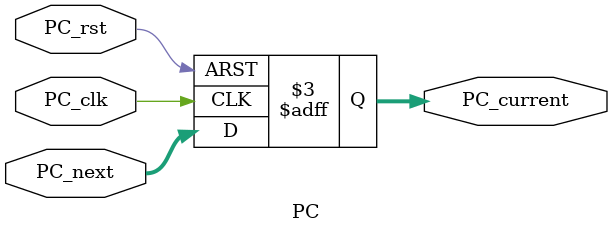
<source format=v>
module PC 
	(
		input PC_clk,
		input PC_rst,
		input [7:0] PC_next,
		output reg [7:0] PC_current
	);
	always @(posedge PC_clk, negedge PC_rst) begin
		if (!PC_rst) begin
			PC_current <= 8'd0;
		end
		else begin
			PC_current <= PC_next;
		end
	end
endmodule 
</source>
